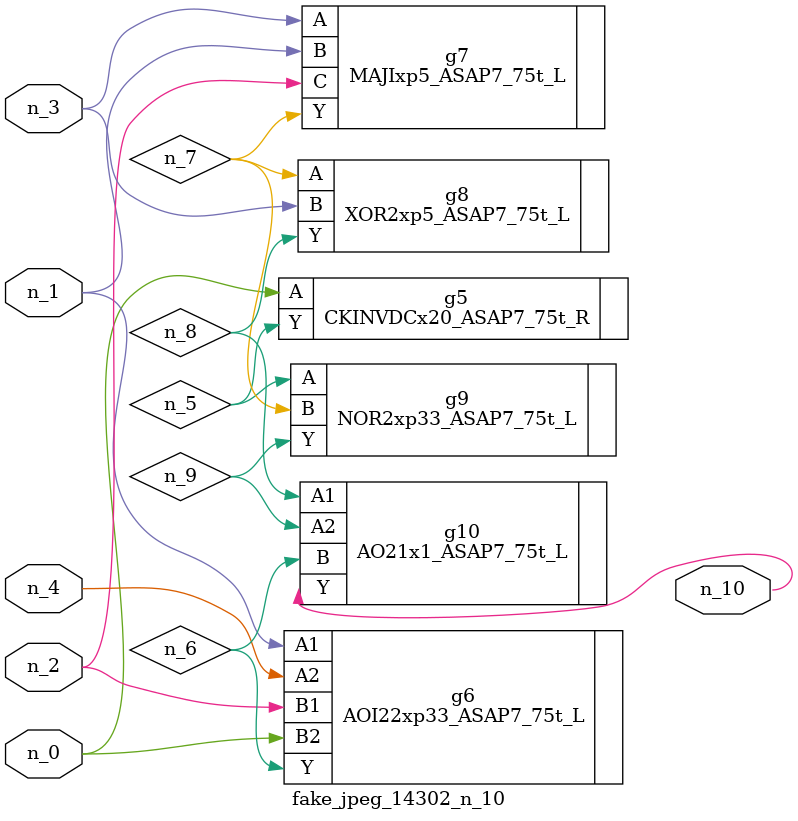
<source format=v>
module fake_jpeg_14302_n_10 (n_3, n_2, n_1, n_0, n_4, n_10);

input n_3;
input n_2;
input n_1;
input n_0;
input n_4;

output n_10;

wire n_8;
wire n_9;
wire n_6;
wire n_5;
wire n_7;

CKINVDCx20_ASAP7_75t_R g5 ( 
.A(n_0),
.Y(n_5)
);

AOI22xp33_ASAP7_75t_L g6 ( 
.A1(n_1),
.A2(n_4),
.B1(n_2),
.B2(n_0),
.Y(n_6)
);

MAJIxp5_ASAP7_75t_L g7 ( 
.A(n_3),
.B(n_1),
.C(n_2),
.Y(n_7)
);

XOR2xp5_ASAP7_75t_L g8 ( 
.A(n_7),
.B(n_3),
.Y(n_8)
);

AO21x1_ASAP7_75t_L g10 ( 
.A1(n_8),
.A2(n_9),
.B(n_6),
.Y(n_10)
);

NOR2xp33_ASAP7_75t_L g9 ( 
.A(n_5),
.B(n_7),
.Y(n_9)
);


endmodule
</source>
